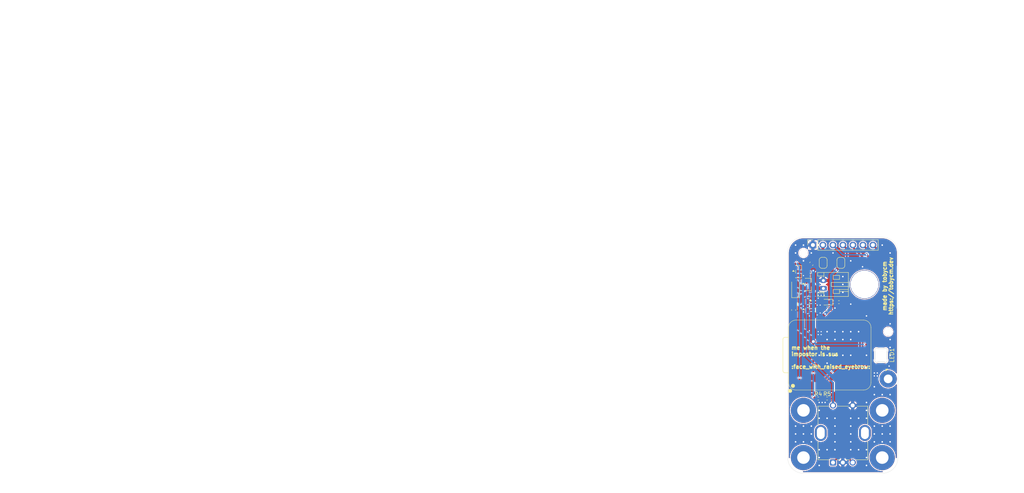
<source format=kicad_pcb>
(kicad_pcb (version 20241229) (generator "pcbnew") (generator_version "9.0")
  (layers (0 "F.Cu" signal) (2 "B.Cu" signal) (13 "F.Paste" user) (15 "B.Paste" user) (5 "F.SilkS" user "F.Silkscreen") (7 "B.SilkS" user "B.Silkscreen") (1 "F.Mask" user) (3 "B.Mask" user) (25 "Edge.Cuts" user))
  (net 0 "")
  (net 1 "Net-(D1-A)")
  (net 2 "Net-(D1-K)")
  (net 3 "Net-(DS1-SCL)")
  (net 4 "GND")
  (net 5 "Net-(DS1-SDA)")
  (net 6 "Net-(DS1-VCC)")
  (net 7 "+BATT")
  (net 8 "+3.3V")
  (net 9 "VBUS")
  (net 10 "Net-(U2-PROG)")
  (net 11 "Net-(D2-A)")
  (net 12 "/RES")
  (net 13 "/BLK")
  (net 14 "/DC")
  (net 15 "Net-(U1-GPIO7{slash}SCL)")
  (net 16 "Net-(Q1-G)")
  (net 17 "Net-(U1-GPIO6{slash}SDA)")
  (net 18 "Net-(Q2-G)")
  (net 20 "Net-(U1-GPIO27{slash}ADC1{slash}A1)")
  (net 21 "/Neopixel")
  (footprint "Resistor_SMD:R_0402_1005Metric" (layer "F.Cu") (at 205.75 69.5 180)
    (property "Reference" "R3" (hide yes))
    (property "Value" "100k")
    (fp_line (start -0.153641 0.38) (end 0.153641 0.38) (stroke (width 0.12)) (layer "F.SilkS"))
    (fp_line (start -0.153641 -0.38) (end 0.153641 -0.38) (stroke (width 0.12)) (layer "F.SilkS"))
    (pad "1" smd roundrect (at -0.51 0 180) (size 0.54 0.64) (layers "F.Cu" "F.Mask" "F.Paste") (net 7 "+BATT"))
    (pad "2" smd roundrect (at 0.51 0 180) (size 0.54 0.64) (layers "F.Cu" "F.Mask" "F.Paste") (net 16 "Net-(Q1-G)"))
  )
  (footprint "MountingHole:MountingHole_3.2mm_M3_Pad" (layer "F.Cu") (at 204 116)
    (property "Reference" "H2" (hide yes))
    (property "Value" "MountingHole")
    (pad "1" thru_hole circle (at 0 0) (size 6.4 6.4) (drill 3.2) (layers "*.Cu" "*.Mask"))
  )
  (footprint "Capacitor_SMD:C_0603_1608Metric" (layer "F.Cu") (at 206 66.75 45)
    (property "Reference" "C3" (hide yes))
    (property "Value" "4.7u")
    (fp_line (start -0.140581 -0.51) (end 0.140581 -0.51) (stroke (width 0.12)) (layer "F.SilkS"))
    (fp_line (start -0.140581 0.51) (end 0.140581 0.51) (stroke (width 0.12)) (layer "F.SilkS"))
    (pad "1" smd roundrect (at -0.775 0 45) (size 0.9 0.95) (layers "F.Cu" "F.Mask" "F.Paste") (net 9 "VBUS"))
    (pad "2" smd roundrect (at 0.775 0 45) (size 0.9 0.95) (layers "F.Cu" "F.Mask" "F.Paste") (net 4 "GND"))
  )
  (footprint "MountingHole:MountingHole_2.2mm_M2_Pad" (layer "F.Cu") (at 204 64)
    (property "Reference" "H5" (hide yes))
    (property "Value" "MountingHole")
    (pad "1" thru_hole circle (at 0 0) (size 2.2 2.2) (drill 2.2) (layers "*.Cu" "*.Mask"))
  )
  (footprint "Capacitor_SMD:C_0603_1608Metric" (layer "F.Cu") (at 201.5 78.5 -90)
    (property "Reference" "C1" (hide yes))
    (property "Value" "4.7u")
    (fp_line (start -0.14058 0.51) (end 0.14058 0.51) (stroke (width 0.12)) (layer "F.SilkS"))
    (fp_line (start -0.14058 -0.51) (end 0.14058 -0.51) (stroke (width 0.12)) (layer "F.SilkS"))
    (pad "1" smd roundrect (at -0.775 0 270) (size 0.9 0.95) (layers "F.Cu" "F.Mask" "F.Paste") (net 9 "VBUS"))
    (pad "2" smd roundrect (at 0.775 0 270) (size 0.9 0.95) (layers "F.Cu" "F.Mask" "F.Paste") (net 4 "GND"))
  )
  (footprint "PCM_marbastlib-various:LED_6028R" (layer "F.Cu") (at 223.7 90 90)
    (property "Reference" "LED1" (at 0 2.8 90) (layer "F.SilkS"))
    (property "Value" "SK6812MINI-E")
    (fp_poly (pts (xy -3.5 1.25) (xy -3.5 1.73) (xy -3.98 1.25) (xy -3.5 1.25)) (stroke (width 0.12)) (fill yes) (layer "F.SilkS"))
    (fp_line (start 0.794452 -1.5) (end -0.794453 -1.5) (stroke (width 0.1)) (layer "Edge.Cuts"))
    (fp_line (start -1.699999 -0.702843) (end -1.699999 0.702841) (stroke (width 0.1)) (layer "Edge.Cuts"))
    (fp_line (start 1.699999 0.702841) (end 1.699999 -0.702843) (stroke (width 0.1)) (layer "Edge.Cuts"))
    (fp_line (start -0.794452 1.499999) (end 0.794452 1.499999) (stroke (width 0.1)) (layer "Edge.Cuts"))
    (fp_arc (start 1.046711 -1.5683) (mid 0.925123 -1.517378) (end 0.794453 -1.500001) (stroke (width 0.1)) (layer "Edge.Cuts"))
    (fp_arc (start 1.046711 -1.5683) (mid 1.638071 -1.504036) (end 1.749484 -0.919721) (stroke (width 0.1)) (layer "Edge.Cuts"))
    (fp_arc (start -0.794453 -1.5) (mid -0.925123 -1.517377) (end -1.046711 -1.568299) (stroke (width 0.1)) (layer "Edge.Cuts"))
    (fp_arc (start -1.749484 -0.919721) (mid -1.638071 -1.504036) (end -1.046711 -1.568299) (stroke (width 0.1)) (layer "Edge.Cuts"))
    (fp_arc (start -1.749484 -0.919721) (mid -1.712527 -0.814069) (end -1.699999 -0.702844) (stroke (width 0.1)) (layer "Edge.Cuts"))
    (fp_arc (start 1.699999 -0.702843) (mid 1.712527 -0.814069) (end 1.749484 -0.919721) (stroke (width 0.1)) (layer "Edge.Cuts"))
    (fp_arc (start -1.699999 0.702841) (mid -1.712527 0.814067) (end -1.749484 0.919719) (stroke (width 0.1)) (layer "Edge.Cuts"))
    (fp_arc (start 1.749484 0.919719) (mid 1.712527 0.814067) (end 1.699999 0.702842) (stroke (width 0.1)) (layer "Edge.Cuts"))
    (fp_arc (start 1.749484 0.919719) (mid 1.63807 1.504033) (end 1.046711 1.568296) (stroke (width 0.1)) (layer "Edge.Cuts"))
    (fp_arc (start 0.794452 1.499999) (mid 0.925122 1.517376) (end 1.04671 1.568298) (stroke (width 0.1)) (layer "Edge.Cuts"))
    (fp_arc (start -1.046711 1.568298) (mid -1.638072 1.504034) (end -1.749484 0.919718) (stroke (width 0.1)) (layer "Edge.Cuts"))
    (fp_arc (start -1.046711 1.568298) (mid -0.925123 1.517376) (end -0.794452 1.499999) (stroke (width 0.1)) (layer "Edge.Cuts"))
    (pad "1" smd roundrect (at 2.725 -0.75 180) (size 0.82 1.35) (layers "F.Cu" "F.Mask" "F.Paste") (roundrect_rratio 0.1) (net 9 "VBUS"))
    (pad "2" smd roundrect (at 2.725 0.75 180) (size 0.82 1.35) (layers "F.Cu" "F.Mask" "F.Paste") (roundrect_rratio 0.1))
    (pad "3" smd roundrect (at -2.725 -0.75 180) (size 0.82 1.35) (layers "F.Cu" "F.Mask" "F.Paste") (roundrect_rratio 0.1) (net 21 "/Neopixel"))
    (pad "4" smd roundrect (at -2.725 0.75 180) (size 0.82 1.35) (layers "F.Cu" "F.Mask" "F.Paste") (roundrect_rratio 0.1) (chamfer_ratio 0.5) (chamfer top_left) (net 4 "GND"))
  )
  (footprint "MountingHole:MountingHole_3.2mm_M3_Pad" (layer "F.Cu") (at 204 104)
    (property "Reference" "H4" (hide yes))
    (property "Value" "MountingHole")
    (pad "1" thru_hole circle (at 0 0) (size 6.4 6.4) (drill 3.2) (layers "*.Cu" "*.Mask"))
  )
  (footprint "Rotary_Encoder:RotaryEncoder_Bourns_Vertical_PEC12R-3x17F-Sxxxx" (layer "F.Cu") (at 211.5 117.25 90)
    (property "Reference" "SW1" (hide yes))
    (property "Value" "RotaryEncoder_Switch")
    (fp_line (start 0.69 -3.81) (end 5.3 -3.81) (stroke (width 0.12)) (layer "F.SilkS"))
    (fp_line (start 14.31 -3.8) (end 14.31 -1.1) (stroke (width 0.12)) (layer "F.SilkS"))
    (fp_line (start 9.7 -3.8) (end 14.31 -3.8) (stroke (width 0.12)) (layer "F.SilkS"))
    (fp_line (start 0.69 -1.05) (end 0.69 -3.81) (stroke (width 0.12)) (layer "F.SilkS"))
    (fp_line (start 0.69 1.05) (end 0.69 1.65) (stroke (width 0.12)) (layer "F.SilkS"))
    (fp_line (start 14.31 1.1) (end 14.31 3.9) (stroke (width 0.12)) (layer "F.SilkS"))
    (fp_line (start 0.69 3.35) (end 0.69 4.15) (stroke (width 0.12)) (layer "F.SilkS"))
    (fp_line (start 0.69 5.85) (end 0.69 8.81) (stroke (width 0.12)) (layer "F.SilkS"))
    (fp_line (start 14.31 6.1) (end 14.31 8.81) (stroke (width 0.12)) (layer "F.SilkS"))
    (fp_line (start 14.31 8.81) (end 9.7 8.81) (stroke (width 0.12)) (layer "F.SilkS"))
    (fp_line (start 5.3 8.81) (end 0.69 8.81) (stroke (width 0.12)) (layer "F.SilkS"))
    (pad "A" thru_hole roundrect (at 0 0 90) (size 1.6 1.6) (drill 1) (layers "*.Cu" "*.Mask") (roundrect_rratio 0.15625) (net 17 "Net-(U1-GPIO6{slash}SDA)"))
    (pad "B" thru_hole circle (at 0 5 90) (size 1.6 1.6) (drill 1) (layers "*.Cu" "*.Mask") (net 15 "Net-(U1-GPIO7{slash}SCL)"))
    (pad "C" thru_hole circle (at 0 2.5 90) (size 1.6 1.6) (drill 1) (layers "*.Cu" "*.Mask") (net 4 "GND"))
    (pad "S1" thru_hole circle (at 14.5 0 90) (size 1.6 1.6) (drill 1) (layers "*.Cu" "*.Mask") (net 16 "Net-(Q1-G)"))
    (pad "S2" thru_hole circle (at 14.5 5 90) (size 1.6 1.6) (drill 1) (layers "*.Cu" "*.Mask") (net 4 "GND"))
    (pad "SH" thru_hole oval (at 7.5 -3.1 90) (size 4.1 3) (drill oval 3.1 2) (layers "*.Cu" "*.Mask"))
    (pad "SH" thru_hole oval (at 7.5 8.1 90) (size 4.1 3) (drill oval 3.1 2) (layers "*.Cu" "*.Mask"))
  )
  (footprint "MountingHole:MountingHole_2.2mm_M2_Pad" (layer "F.Cu") (at 225.5 96)
    (property "Reference" "H8" (hide yes))
    (property "Value" "MountingHole")
    (pad "1" thru_hole circle (at 0 0) (size 4.4 4.4) (drill 2.2) (layers "*.Cu" "*.Mask"))
  )
  (footprint "Jumper:SolderJumper-2_P1.3mm_Open_RoundedPad1.0x1.5mm" (layer "F.Cu") (at 209 66.5 -90)
    (property "Reference" "JP2" (hide yes))
    (property "Value" "SolderJumper_2_Open")
    (fp_line (start 0.7 1) (end -0.7 1) (stroke (width 0.12)) (layer "F.SilkS"))
    (fp_line (start -1.4 0.3) (end -1.4 -0.3) (stroke (width 0.12)) (layer "F.SilkS"))
    (fp_line (start 1.4 -0.3) (end 1.4 0.3) (stroke (width 0.12)) (layer "F.SilkS"))
    (fp_line (start -0.7 -1) (end 0.7 -1) (stroke (width 0.12)) (layer "F.SilkS"))
    (fp_arc (start -0.7 1) (mid -1.194975 0.794975) (end -1.4 0.3) (stroke (width 0.12)) (layer "F.SilkS"))
    (fp_arc (start 1.4 0.3) (mid 1.194975 0.794975) (end 0.7 1) (stroke (width 0.12)) (layer "F.SilkS"))
    (fp_arc (start -1.4 -0.3) (mid -1.194975 -0.794975) (end -0.7 -1) (stroke (width 0.12)) (layer "F.SilkS"))
    (fp_arc (start 0.7 -1) (mid 1.194975 -0.794975) (end 1.4 -0.3) (stroke (width 0.12)) (layer "F.SilkS"))
    (pad "1" smd custom (at -0.65 0 270) (size 1 0.5) (layers "F.Cu" "F.Mask") (net 6 "Net-(DS1-VCC)") (options (clearance outline) (anchor rect)) (primitives (gr_circle (center 0 0.25) (end 0.5 0.25) (width 0) (fill yes)) (gr_circle (center 0 -0.25) (end 0.5 -0.25) (width 0) (fill yes)) (gr_poly (pts (xy 0.5 0.75) (xy 0 0.75) (xy 0 -0.75) (xy 0.5 -0.75)) (width 0) (fill yes))))
    (pad "2" smd custom (at 0.65 0 270) (size 1 0.5) (layers "F.Cu" "F.Mask") (net 9 "VBUS") (options (clearance outline) (anchor rect)) (primitives (gr_circle (center 0 0.25) (end 0.5 0.25) (width 0) (fill yes)) (gr_circle (center 0 -0.25) (end 0.5 -0.25) (width 0) (fill yes)) (gr_poly (pts (xy 0 0.75) (xy -0.5 0.75) (xy -0.5 -0.75) (xy 0 -0.75)) (width 0) (fill yes))))
  )
  (footprint "Resistor_SMD:R_0402_1005Metric" (layer "F.Cu") (at 207 78.5)
    (property "Reference" "R1" (hide yes))
    (property "Value" "2k")
    (fp_line (start -0.153641 -0.38) (end 0.153641 -0.38) (stroke (width 0.12)) (layer "F.SilkS"))
    (fp_line (start -0.153641 0.38) (end 0.153641 0.38) (stroke (width 0.12)) (layer "F.SilkS"))
    (pad "1" smd roundrect (at -0.51 0) (size 0.54 0.64) (layers "F.Cu" "F.Mask" "F.Paste") (net 10 "Net-(U2-PROG)"))
    (pad "2" smd roundrect (at 0.51 0) (size 0.54 0.64) (layers "F.Cu" "F.Mask" "F.Paste") (net 4 "GND"))
  )
  (footprint "Package_TO_SOT_SMD:SOT-23" (layer "F.Cu") (at 205.25 72)
    (property "Reference" "Q1" (hide yes))
    (property "Value" "Q_PMOS_GSD")
    (fp_line (start -0.76 -1.56) (end 0.76 -1.56) (stroke (width 0.12)) (layer "F.SilkS"))
    (fp_line (start -0.76 -1.51) (end -0.76 -1.56) (stroke (width 0.12)) (layer "F.SilkS"))
    (fp_line (start -0.76 0.39) (end -0.76 -0.39) (stroke (width 0.12)) (layer "F.SilkS"))
    (fp_line (start -0.76 1.56) (end -0.76 1.51) (stroke (width 0.12)) (layer "F.SilkS"))
    (fp_line (start 0.76 -1.56) (end 0.76 -0.56) (stroke (width 0.12)) (layer "F.SilkS"))
    (fp_line (start 0.76 0.56) (end 0.76 1.56) (stroke (width 0.12)) (layer "F.SilkS"))
    (fp_line (start 0.76 1.56) (end -0.76 1.56) (stroke (width 0.12)) (layer "F.SilkS"))
    (fp_poly (pts (xy -1.3 -0.38) (xy -1.06 -0.05) (xy -1.54 -0.05)) (stroke (width 0.12)) (fill yes) (layer "F.SilkS"))
    (pad "1" smd roundrect (at -0.9375 -0.95) (size 1.475 0.6) (layers "F.Cu" "F.Mask" "F.Paste") (net 16 "Net-(Q1-G)"))
    (pad "2" smd roundrect (at -0.9375 0.95) (size 1.475 0.6) (layers "F.Cu" "F.Mask" "F.Paste") (net 11 "Net-(D2-A)"))
    (pad "3" smd roundrect (at 0.9375 0) (size 1.475 0.6) (layers "F.Cu" "F.Mask" "F.Paste") (net 7 "+BATT"))
  )
  (footprint "Connector_JST:JST_PH_S2B-PH-K_1x02_P2.00mm_Horizontal" (layer "F.Cu") (at 209.05 73 90)
    (property "Reference" "J1" (hide yes))
    (property "Value" "Conn_01x02_Socket")
    (fp_line (start 4.06 -1.46) (end 3.14 -1.46) (stroke (width 0.12)) (layer "F.SilkS"))
    (fp_line (start 3.14 -1.46) (end 3.14 0.14) (stroke (width 0.12)) (layer "F.SilkS"))
    (fp_line (start -1.14 -1.46) (end -2.06 -1.46) (stroke (width 0.12)) (layer "F.SilkS"))
    (fp_line (start -2.06 -1.46) (end -2.06 6.36) (stroke (width 0.12)) (layer "F.SilkS"))
    (fp_line (start 4.06 0.14) (end 3.14 0.14) (stroke (width 0.12)) (layer "F.SilkS"))
    (fp_line (start 3.14 0.14) (end 2.86 0.14) (stroke (width 0.12)) (layer "F.SilkS"))
    (fp_line (start -0.86 0.14) (end -0.86 -1.075) (stroke (width 0.12)) (layer "F.SilkS"))
    (fp_line (start -0.86 0.14) (end -1.14 0.14) (stroke (width 0.12)) (layer "F.SilkS"))
    (fp_line (start -1.14 0.14) (end -1.14 -1.46) (stroke (width 0.12)) (layer "F.SilkS"))
    (fp_line (start -2.06 0.14) (end -1.14 0.14) (stroke (width 0.12)) (layer "F.SilkS"))
    (fp_line (start 1.5 2) (end 1.5 6.36) (stroke (width 0.12)) (layer "F.SilkS"))
    (fp_line (start 0.5 2) (end 1.5 2) (stroke (width 0.12)) (layer "F.SilkS"))
    (fp_line (start 3.3 2.5) (end 3.3 4.1) (stroke (width 0.12)) (layer "F.SilkS"))
    (fp_line (start 2.3 2.5) (end 3.3 2.5) (stroke (width 0.12)) (layer "F.SilkS"))
    (fp_line (start -0.3 2.5) (end -1.3 2.5) (stroke (width 0.12)) (layer "F.SilkS"))
    (fp_line (start -1.3 2.5) (end -1.3 4.1) (stroke (width 0.12)) (layer "F.SilkS"))
    (fp_line (start 3.3 4.1) (end 2.3 4.1) (stroke (width 0.12)) (layer "F.SilkS"))
    (fp_line (start 2.3 4.1) (end 2.3 2.5) (stroke (width 0.12)) (layer "F.SilkS"))
    (fp_line (start -0.3 4.1) (end -0.3 2.5) (stroke (width 0.12)) (layer "F.SilkS"))
    (fp_line (start -0.3 4.1) (end -0.3 6.36) (stroke (width 0.12)) (layer "F.SilkS"))
    (fp_line (start -0.8 4.1) (end -0.8 6.36) (stroke (width 0.12)) (layer "F.SilkS"))
    (fp_line (start -1.3 4.1) (end -0.3 4.1) (stroke (width 0.12)) (layer "F.SilkS"))
    (fp_line (start 4.06 6.36) (end 4.06 -1.46) (stroke (width 0.12)) (layer "F.SilkS"))
    (fp_line (start 0.5 6.36) (end 0.5 2) (stroke (width 0.12)) (layer "F.SilkS"))
    (fp_line (start -2.06 6.36) (end 4.06 6.36) (stroke (width 0.12)) (layer "F.SilkS"))
    (pad "1" thru_hole roundrect (at 0 0 90) (size 1.2 1.75) (drill 0.75) (layers "*.Cu" "*.Mask") (roundrect_rratio 0.208333) (net 7 "+BATT"))
    (pad "2" thru_hole oval (at 2 0 90) (size 1.2 1.75) (drill 0.75) (layers "*.Cu" "*.Mask") (net 4 "GND"))
  )
  (footprint "MountingHole:MountingHole_2.2mm_M2_Pad" (layer "F.Cu") (at 225.5 84)
    (property "Reference" "H7" (hide yes))
    (property "Value" "MountingHole")
    (pad "1" thru_hole circle (at 0 0) (size 2.2 2.2) (drill 2.2) (layers "*.Cu" "*.Mask"))
  )
  (footprint "MountingHole:MountingHole_3.2mm_M3_Pad" (layer "F.Cu") (at 224 116)
    (property "Reference" "H1" (hide yes))
    (property "Value" "MountingHole")
    (pad "1" thru_hole circle (at 0 0) (size 6.4 6.4) (drill 3.2) (layers "*.Cu" "*.Mask"))
  )
  (footprint "Diode_SMD:D_SOD-123" (layer "F.Cu") (at 202 73 90)
    (property "Reference" "D2" (hide yes))
    (property "Value" "D_Schottky")
    (fp_line (start -2.36 -1) (end 1.65 -1) (stroke (width 0.12)) (layer "F.SilkS"))
    (fp_line (start -2.36 -1) (end -2.36 1) (stroke (width 0.12)) (layer "F.SilkS"))
    (fp_line (start -2.36 1) (end 1.65 1) (stroke (width 0.12)) (layer "F.SilkS"))
    (pad "1" smd roundrect (at -1.65 0 90) (size 0.9 1.2) (layers "F.Cu" "F.Mask" "F.Paste") (net 9 "VBUS"))
    (pad "2" smd roundrect (at 1.65 0 90) (size 0.9 1.2) (layers "F.Cu" "F.Mask" "F.Paste") (net 11 "Net-(D2-A)"))
  )
  (footprint "Capacitor_SMD:C_0603_1608Metric" (layer "F.Cu") (at 205.5 74.5)
    (property "Reference" "C2" (hide yes))
    (property "Value" "4.7u")
    (fp_line (start -0.14058 -0.51) (end 0.14058 -0.51) (stroke (width 0.12)) (layer "F.SilkS"))
    (fp_line (start -0.14058 0.51) (end 0.14058 0.51) (stroke (width 0.12)) (layer "F.SilkS"))
    (pad "1" smd roundrect (at -0.775 0) (size 0.9 0.95) (layers "F.Cu" "F.Mask" "F.Paste") (net 7 "+BATT"))
    (pad "2" smd roundrect (at 0.775 0) (size 0.9 0.95) (layers "F.Cu" "F.Mask" "F.Paste") (net 4 "GND"))
  )
  (footprint "LED_SMD:LED_0603_1608Metric" (layer "F.Cu") (at 210 76.5 180)
    (property "Reference" "D1" (hide yes))
    (property "Value" "LED")
    (fp_line (start 0.8 -0.735) (end -1.485 -0.735) (stroke (width 0.12)) (layer "F.SilkS"))
    (fp_line (start -1.485 0.735) (end 0.8 0.735) (stroke (width 0.12)) (layer "F.SilkS"))
    (fp_line (start -1.485 -0.735) (end -1.485 0.735) (stroke (width 0.12)) (layer "F.SilkS"))
    (pad "1" smd roundrect (at -0.7875 0 180) (size 0.875 0.95) (layers "F.Cu" "F.Mask" "F.Paste") (net 2 "Net-(D1-K)"))
    (pad "2" smd roundrect (at 0.7875 0 180) (size 0.875 0.95) (layers "F.Cu" "F.Mask" "F.Paste") (net 1 "Net-(D1-A)"))
  )
  (footprint "MountingHole:MountingHole_3.2mm_M3_Pad" (layer "F.Cu") (at 224 104)
    (property "Reference" "H3" (hide yes))
    (property "Value" "MountingHole")
    (pad "1" thru_hole circle (at 0 0) (size 6.4 6.4) (drill 3.2) (layers "*.Cu" "*.Mask"))
  )
  (footprint "Resistor_SMD:R_0402_1005Metric" (layer "F.Cu") (at 213 76.5)
    (property "Reference" "R2" (hide yes))
    (property "Value" "2k")
    (fp_line (start -0.153641 -0.38) (end 0.153641 -0.38) (stroke (width 0.12)) (layer "F.SilkS"))
    (fp_line (start -0.153641 0.38) (end 0.153641 0.38) (stroke (width 0.12)) (layer "F.SilkS"))
    (pad "1" smd roundrect (at -0.51 0) (size 0.54 0.64) (layers "F.Cu" "F.Mask" "F.Paste") (net 2 "Net-(D1-K)"))
    (pad "2" smd roundrect (at 0.51 0) (size 0.54 0.64) (layers "F.Cu" "F.Mask" "F.Paste") (net 4 "GND"))
  )
  (footprint "Resistor_SMD:R_0402_1005Metric" (layer "F.Cu") (at 207.75 101)
    (property "Reference" "R4" (at 0 -1.17 0) (layer "F.SilkS"))
    (property "Value" "100k")
    (fp_line (start -0.153641 -0.38) (end 0.153641 -0.38) (stroke (width 0.12)) (layer "F.SilkS"))
    (fp_line (start -0.153641 0.38) (end 0.153641 0.38) (stroke (width 0.12)) (layer "F.SilkS"))
    (pad "1" smd roundrect (at -0.51 0) (size 0.54 0.64) (layers "F.Cu" "F.Mask" "F.Paste") (net 9 "VBUS"))
    (pad "2" smd roundrect (at 0.51 0) (size 0.54 0.64) (layers "F.Cu" "F.Mask" "F.Paste") (net 20 "Net-(U1-GPIO27{slash}ADC1{slash}A1)"))
  )
  (footprint "Seeed Studio XIAO Series Library:XIAO-RP2040-Simple-SMD" (layer "F.Cu") (at 210.73025 90 90)
    (property "Reference" "U1" (hide yes))
    (property "Value" "XIAO-RP2040-DIP")
    (fp_line (start -3.936272 -11.947) (end 4.059 -11.947) (stroke (width 0.127)) (layer "F.SilkS"))
    (fp_line (start 4.559 -11.447) (end 4.559 -10.537) (stroke (width 0.127)) (layer "F.SilkS"))
    (fp_line (start 7.04 -10.537) (end -6.93 -10.537) (stroke (width 0.1)) (layer "F.SilkS"))
    (fp_line (start -4.44 -10.537) (end -4.436272 -11.447272) (stroke (width 0.127)) (layer "F.SilkS"))
    (fp_line (start 8.945 8.513) (end 8.945 -8.632) (stroke (width 0.1)) (layer "F.SilkS"))
    (fp_line (start -8.835 8.513) (end -8.835 -8.632) (stroke (width 0.1)) (layer "F.SilkS"))
    (fp_line (start -6.93 10.418) (end 7.04 10.418) (stroke (width 0.1)) (layer "F.SilkS"))
    (fp_arc (start 4.059 -11.947) (mid 4.412553 -11.800553) (end 4.559 -11.447) (stroke (width 0.127)) (layer "F.SilkS"))
    (fp_arc (start -4.436272 -11.447272) (mid -4.289724 -11.800644) (end -3.936272 -11.947) (stroke (width 0.127)) (layer "F.SilkS"))
    (fp_arc (start 7.04 -10.537) (mid 8.387038 -9.979038) (end 8.945 -8.632) (stroke (width 0.1)) (layer "F.SilkS"))
    (fp_arc (start -8.835 -8.636) (mid -8.277038 -9.983038) (end -6.93 -10.541) (stroke (width 0.1)) (layer "F.SilkS"))
    (fp_arc (start 8.945 8.513) (mid 8.387038 9.860038) (end 7.04 10.418) (stroke (width 0.1)) (layer "F.SilkS"))
    (fp_arc (start -6.93 10.418) (mid -8.277038 9.860038) (end -8.835 8.513) (stroke (width 0.1)) (layer "F.SilkS"))
    (fp_circle (center -9.045 -10.121) (end -9.045 -10.375) (stroke (width 0.5)) (fill yes) (layer "F.SilkS"))
    (fp_circle (center -7.771 -9.404) (end -7.771 -9.658) (stroke (width 0.5)) (fill yes) (layer "F.SilkS"))
    (pad "1" smd roundrect (at -8 -7.62 90) (size 2.75 2) (layers "F.Cu" "F.Mask" "F.Paste") (net 18 "Net-(Q2-G)"))
    (pad "2" smd roundrect (at -8 -5.08 90) (size 2.75 2) (layers "F.Cu" "F.Mask" "F.Paste") (net 20 "Net-(U1-GPIO27{slash}ADC1{slash}A1)"))
    (pad "3" smd roundrect (at -8 -2.54 90) (size 2.75 2) (layers "F.Cu" "F.Mask" "F.Paste") (net 21 "/Neopixel"))
    (pad "4" smd roundrect (at -8 0 90) (size 2.75 2) (layers "F.Cu" "F.Mask" "F.Paste"))
    (pad "5" smd roundrect (at -8 2.54 90) (size 2.75 2) (layers "F.Cu" "F.Mask" "F.Paste") (net 17 "Net-(U1-GPIO6{slash}SDA)"))
    (pad "6" smd roundrect (at -8 5.08 90) (size 2.75 2) (layers "F.Cu" "F.Mask" "F.Paste") (net 15 "Net-(U1-GPIO7{slash}SCL)"))
    (pad "7" smd roundrect (at -8 7.62 90) (size 2.75 2) (layers "F.Cu" "F.Mask" "F.Paste") (net 13 "/BLK"))
    (pad "8" smd roundrect (at 8.165 7.62 90) (size 2.75 2) (layers "F.Cu" "F.Mask" "F.Paste") (net 14 "/DC"))
    (pad "9" smd roundrect (at 8.165 5.08 90) (size 2.75 2) (layers "F.Cu" "F.Mask" "F.Paste") (net 3 "Net-(DS1-SCL)"))
    (pad "10" smd roundrect (at 8.165 2.54 90) (size 2.75 2) (layers "F.Cu" "F.Mask" "F.Paste") (net 12 "/RES"))
    (pad "11" smd roundrect (at 8.165 0 90) (size 2.75 2) (layers "F.Cu" "F.Mask" "F.Paste") (net 5 "Net-(DS1-SDA)"))
    (pad "12" smd roundrect (at 8.165 -2.54 90) (size 2.75 2) (layers "F.Cu" "F.Mask" "F.Paste") (net 8 "+3.3V"))
    (pad "13" smd roundrect (at 8.165 -5.08 90) (size 2.75 2) (layers "F.Cu" "F.Mask" "F.Paste") (net 4 "GND"))
    (pad "14" smd roundrect (at 8.165 -7.62 90) (size 2.75 2) (layers "F.Cu" "F.Mask" "F.Paste") (net 9 "VBUS"))
  )
  (footprint "Package_TO_SOT_SMD:SOT-23" (layer "F.Cu") (at 202.75 68.75)
    (property "Reference" "Q2" (hide yes))
    (property "Value" "Q_NMOS_GSD")
    (fp_line (start -0.76 -1.56) (end 0.76 -1.56) (stroke (width 0.12)) (layer "F.SilkS"))
    (fp_line (start -0.76 -1.51) (end -0.76 -1.56) (stroke (width 0.12)) (layer "F.SilkS"))
    (fp_line (start -0.76 0.39) (end -0.76 -0.39) (stroke (width 0.12)) (layer "F.SilkS"))
    (fp_line (start -0.76 1.56) (end -0.76 1.51) (stroke (width 0.12)) (layer "F.SilkS"))
    (fp_line (start 0.76 -1.56) (end 0.76 -0.56) (stroke (width 0.12)) (layer "F.SilkS"))
    (fp_line (start 0.76 0.56) (end 0.76 1.56) (stroke (width 0.12)) (layer "F.SilkS"))
    (fp_line (start 0.76 1.56) (end -0.76 1.56) (stroke (width 0.12)) (layer "F.SilkS"))
    (fp_poly (pts (xy -1.3 -0.38) (xy -1.06 -0.05) (xy -1.54 -0.05)) (stroke (width 0.12)) (fill yes) (layer "F.SilkS"))
    (pad "1" smd roundrect (at -0.9375 -0.95) (size 1.475 0.6) (layers "F.Cu" "F.Mask" "F.Paste") (net 18 "Net-(Q2-G)"))
    (pad "2" smd roundrect (at -0.9375 0.95) (size 1.475 0.6) (layers "F.Cu" "F.Mask" "F.Paste") (net 4 "GND"))
    (pad "3" smd roundrect (at 0.9375 0) (size 1.475 0.6) (layers "F.Cu" "F.Mask" "F.Paste") (net 16 "Net-(Q1-G)"))
  )
  (footprint "Jumper:SolderJumper-2_P1.3mm_Bridged_RoundedPad1.0x1.5mm" (layer "F.Cu") (at 213.5 66.5 90)
    (property "Reference" "JP1" (hide yes))
    (property "Value" "SolderJumper_2_Bridged")
    (fp_poly (pts (xy 0.25 -0.3) (xy -0.25 -0.3) (xy -0.25 0.3) (xy 0.25 0.3)) (fill yes) (layer "F.Cu"))
    (fp_line (start -0.7 -1) (end 0.7 -1) (stroke (width 0.12)) (layer "F.SilkS"))
    (fp_line (start 1.4 -0.3) (end 1.4 0.3) (stroke (width 0.12)) (layer "F.SilkS"))
    (fp_line (start -1.4 0.3) (end -1.4 -0.3) (stroke (width 0.12)) (layer "F.SilkS"))
    (fp_line (start 0.7 1) (end -0.7 1) (stroke (width 0.12)) (layer "F.SilkS"))
    (fp_arc (start 0.7 -1) (mid 1.194975 -0.794975) (end 1.4 -0.3) (stroke (width 0.12)) (layer "F.SilkS"))
    (fp_arc (start -1.4 -0.3) (mid -1.194975 -0.794975) (end -0.7 -1) (stroke (width 0.12)) (layer "F.SilkS"))
    (fp_arc (start 1.4 0.3) (mid 1.194975 0.794975) (end 0.7 1) (stroke (width 0.12)) (layer "F.SilkS"))
    (fp_arc (start -0.7 1) (mid -1.194975 0.794975) (end -1.4 0.3) (stroke (width 0.12)) (layer "F.SilkS"))
    (pad "1" smd custom (at -0.65 0 90) (size 1 0.5) (layers "F.Cu" "F.Mask") (net 8 "+3.3V") (options (clearance outline) (anchor rect)) (primitives (gr_circle (center 0 0.25) (end 0.5 0.25) (width 0) (fill yes)) (gr_circle (center 0 -0.25) (end 0.5 -0.25) (width 0) (fill yes)) (gr_poly (pts (xy 0.5 0.75) (xy 0 0.75) (xy 0 -0.75) (xy 0.5 -0.75)) (width 0) (fill yes))))
    (pad "2" smd custom (at 0.65 0 90) (size 1 0.5) (layers "F.Cu" "F.Mask") (net 6 "Net-(DS1-VCC)") (options (clearance outline) (anchor rect)) (primitives (gr_circle (center 0 0.25) (end 0.5 0.25) (width 0) (fill yes)) (gr_circle (center 0 -0.25) (end 0.5 -0.25) (width 0) (fill yes)) (gr_poly (pts (xy 0 0.75) (xy -0.5 0.75) (xy -0.5 -0.75) (xy 0 -0.75)) (width 0) (fill yes))))
  )
  (footprint "Capacitor_SMD:C_0603_1608Metric" (layer "F.Cu") (at 210 78.25 180)
    (property "Reference" "C4" (hide yes))
    (property "Value" "4.7u")
    (fp_line (start -0.14058 0.51) (end 0.14058 0.51) (stroke (width 0.12)) (layer "F.SilkS"))
    (fp_line (start -0.14058 -0.51) (end 0.14058 -0.51) (stroke (width 0.12)) (layer "F.SilkS"))
    (pad "1" smd roundrect (at -0.775 0 180) (size 0.9 0.95) (layers "F.Cu" "F.Mask" "F.Paste") (net 8 "+3.3V"))
    (pad "2" smd roundrect (at 0.775 0 180) (size 0.9 0.95) (layers "F.Cu" "F.Mask" "F.Paste") (net 4 "GND"))
  )
  (footprint "Resistor_SMD:R_0402_1005Metric" (layer "F.Cu") (at 210 101)
    (property "Reference" "R5" (at 0 -1.17 0) (layer "F.SilkS"))
    (property "Value" "100k")
    (fp_line (start -0.153641 -0.38) (end 0.153641 -0.38) (stroke (width 0.12)) (layer "F.SilkS"))
    (fp_line (start -0.153641 0.38) (end 0.153641 0.38) (stroke (width 0.12)) (layer "F.SilkS"))
    (pad "1" smd roundrect (at -0.51 0) (size 0.54 0.64) (layers "F.Cu" "F.Mask" "F.Paste") (net 20 "Net-(U1-GPIO27{slash}ADC1{slash}A1)"))
    (pad "2" smd roundrect (at 0.51 0) (size 0.54 0.64) (layers "F.Cu" "F.Mask" "F.Paste") (net 4 "GND"))
  )
  (footprint "Package_TO_SOT_SMD:SOT-23-5" (layer "F.Cu") (at 204 77.5 -90)
    (property "Reference" "U2" (hide yes))
    (property "Value" "MCP73831-2-OT")
    (fp_line (start -0.91 1.56) (end -0.91 1.51) (stroke (width 0.12)) (layer "F.SilkS"))
    (fp_line (start 0.91 1.56) (end -0.91 1.56) (stroke (width 0.12)) (layer "F.SilkS"))
    (fp_line (start 0.91 1.51) (end 0.91 1.56) (stroke (width 0.12)) (layer "F.SilkS"))
    (fp_line (start 0.91 -0.39) (end 0.91 0.39) (stroke (width 0.12)) (layer "F.SilkS"))
    (fp_line (start -0.91 -1.51) (end -0.91 -1.56) (stroke (width 0.12)) (layer "F.SilkS"))
    (fp_line (start -0.91 -1.56) (end 0.91 -1.56) (stroke (width 0.12)) (layer "F.SilkS"))
    (fp_line (start 0.91 -1.56) (end 0.91 -1.51) (stroke (width 0.12)) (layer "F.SilkS"))
    (fp_poly (pts (xy -1.45 -1.51) (xy -1.69 -1.84) (xy -1.21 -1.84)) (stroke (width 0.12)) (fill yes) (layer "F.SilkS"))
    (pad "1" smd roundrect (at -1.1375 -0.95 270) (size 1.325 0.6) (layers "F.Cu" "F.Mask" "F.Paste") (net 1 "Net-(D1-A)"))
    (pad "2" smd roundrect (at -1.1375 0 270) (size 1.325 0.6) (layers "F.Cu" "F.Mask" "F.Paste") (net 4 "GND"))
    (pad "3" smd roundrect (at -1.1375 0.95 270) (size 1.325 0.6) (layers "F.Cu" "F.Mask" "F.Paste") (net 7 "+BATT"))
    (pad "4" smd roundrect (at 1.1375 0.95 270) (size 1.325 0.6) (layers "F.Cu" "F.Mask" "F.Paste") (net 9 "VBUS"))
    (pad "5" smd roundrect (at 1.1375 -0.95 270) (size 1.325 0.6) (layers "F.Cu" "F.Mask" "F.Paste") (net 10 "Net-(U2-PROG)"))
  )
  (footprint "misc:IPS LCD Display" (layer "F.Cu") (at 206.4 61.975 90)
    (property "Reference" "DS1" (hide yes))
    (property "Value" "SPI LCD")
    (fp_line (start 1.33 -1.33) (end 1.33 0) (stroke (width 0.12)) (layer "F.SilkS"))
    (fp_line (start 0 -1.33) (end 1.33 -1.33) (stroke (width 0.12)) (layer "F.SilkS"))
    (fp_line (start 1.33 1.27) (end 1.33 16.57) (stroke (width 0.12)) (layer "F.SilkS"))
    (fp_line (start -1.33 1.27) (end 1.33 1.27) (stroke (width 0.12)) (layer "F.SilkS"))
    (fp_line (start -1.33 1.27) (end -1.33 16.57) (stroke (width 0.12)) (layer "F.SilkS"))
    (fp_line (start -1.33 16.57) (end 1.33 16.57) (stroke (width 0.12)) (layer "F.SilkS"))
    (pad "1" thru_hole rect (at 0 0 90) (size 1.7 1.7) (drill 1) (layers "*.Cu" "*.Mask") (net 4 "GND"))
    (pad "2" thru_hole circle (at 0 2.54 90) (size 1.7 1.7) (drill 1) (layers "*.Cu" "*.Mask") (net 6 "Net-(DS1-VCC)"))
    (pad "3" thru_hole circle (at 0 5.08 90) (size 1.7 1.7) (drill 1) (layers "*.Cu" "*.Mask") (net 3 "Net-(DS1-SCL)"))
    (pad "4" thru_hole circle (at 0 7.62 90) (size 1.7 1.7) (drill 1) (layers "*.Cu" "*.Mask") (net 5 "Net-(DS1-SDA)"))
    (pad "5" thru_hole circle (at 0 10.16 90) (size 1.7 1.7) (drill 1) (layers "*.Cu" "*.Mask") (net 12 "/RES"))
    (pad "6" thru_hole circle (at 0 12.7 90) (size 1.7 1.7) (drill 1) (layers "*.Cu" "*.Mask") (net 14 "/DC"))
    (pad "7" thru_hole circle (at 0 15.24 90) (size 1.7 1.7) (drill 1) (layers "*.Cu" "*.Mask") (net 13 "/BLK"))
  )
  (gr_arc (start 224 60) (mid 226.828427 61.171573) (end 228 64) (stroke (width 0.05)) (layer "Edge.Cuts"))
  (gr_arc (start 228 116) (mid 226.828427 118.828427) (end 224 120) (stroke (width 0.05)) (layer "Edge.Cuts"))
  (gr_arc (start 204 120) (mid 201.171573 118.828427) (end 200 116) (stroke (width 0.05)) (layer "Edge.Cuts"))
  (gr_line (start 204 60) (end 224 60) (stroke (width 0.05)) (layer "Edge.Cuts"))
  (gr_line (start 200 116) (end 200 64) (stroke (width 0.05)) (layer "Edge.Cuts"))
  (gr_line (start 228 64) (end 228 116) (stroke (width 0.05)) (layer "Edge.Cuts"))
  (gr_arc (start 200 64) (mid 201.171573 61.171573) (end 204 60) (stroke (width 0.05)) (layer "Edge.Cuts"))
  (gr_line (start 224 120) (end 204 120) (stroke (width 0.05)) (layer "Edge.Cuts"))
  (gr_text "made by tobycm\nhttps://tobycm.dev" (at 226.8 72.4 90) (layer "F.SilkS") (effects (font (size 1 1) (thickness 0.25) (bold yes)) (justify bottom)))
  (gr_text "me when the\nimpostor is sus\n\n:face_with_raised_eyebrow: " (at 200.8 93.5 0) (layer "F.SilkS") (effects (font (size 1 1) (thickness 0.3) (bold yes)) (justify left bottom)))
  (via (at 219.5 72) (size 7.2) (drill 7) (layers "F.Cu" "B.Cu") (net 0))
  (segment (start 209.2125 76.5) (end 205.0875 76.5) (width 0.45) (layer "F.Cu") (net 1))
  (segment (start 205.0875 76.5) (end 204.95 76.3625) (width 0.45) (layer "F.Cu") (net 1))
  (segment (start 212.49 76.5) (end 210.7875 76.5) (width 0.45) (layer "F.Cu") (net 2))
  (segment (start 222 79) (end 225 76) (width 0.45) (layer "F.Cu") (net 3))
  (segment (start 215.81025 81.835) (end 215.81025 80.24075) (width 0.45) (layer "F.Cu") (net 3))
  (segment (start 217.051 79) (end 222 79) (width 0.45) (layer "F.Cu") (net 3))
  (segment (start 225 69.42505) (end 220.037475 64.462525) (width 0.45) (layer "F.Cu") (net 3))
  (segment (start 215.81025 80.24075) (end 217.051 79) (width 0.45) (layer "F.Cu") (net 3))
  (segment (start 225 76) (end 225 69.42505) (width 0.45) (layer "F.Cu") (net 3))
  (via (at 220.037475 64.462525) (size 0.75) (drill 0.375) (layers "F.Cu" "B.Cu") (net 3))
  (segment (start 213.967525 64.462525) (end 211.48 61.975) (width 0.45) (layer "B.Cu") (net 3))
  (segment (start 220.037475 64.462525) (end 213.967525 64.462525) (width 0.45) (layer "B.Cu") (net 3))
  (segment (start 224.45 92.8) (end 224.45 92.725) (width 0.5) (layer "F.Cu") (net 4))
  (segment (start 223.25 94) (end 224.45 92.8) (width 0.5) (layer "F.Cu") (net 4))
  (via (at 208 90) (size 0.5) (drill 0.4) (layers "F.Cu" "B.Cu") (net 4))
  (via (at 207.75 75.5) (size 0.45) (drill 0.3) (layers "F.Cu" "B.Cu") (net 4))
  (via (at 224 112) (size 0.5) (drill 0.4) (layers "F.Cu" "B.Cu") (net 4))
  (via (at 210 106) (size 0.5) (drill 0.4) (layers "F.Cu" "B.Cu") (net 4))
  (via (at 208.5 84) (size 0.45) (drill 0.3) (layers "F.Cu" "B.Cu") (net 4))
  (via (at 202 110) (size 0.5) (drill 0.4) (layers "F.Cu" "B.Cu") (net 4))
  (via (at 209.25 74.75) (size 0.45) (drill 0.3) (layers "F.Cu" "B.Cu") (net 4))
  (via (at 225.75 92.75) (size 0.45) (drill 0.35) (layers "F.Cu" "B.Cu") (net 4))
  (via (at 212 106) (size 0.5) (drill 0.4) (layers "F.Cu" "B.Cu") (net 4))
  (via (at 220 116) (size 0.5) (drill 0.4) (layers "F.Cu" "B.Cu") (net 4))
  (via (at 222 108) (size 0.5) (drill 0.4) (layers "F.Cu" "B.Cu") (net 4))
  (via (at 208.5 84.75) (size 0.45) (drill 0.3) (layers "F.Cu" "B.Cu") (net 4))
  (via (at 212 90) (size 0.5) (drill 0.4) (layers "F.Cu" "B.Cu") (net 4))
  (via (at 207.75 84) (size 0.45) (drill 0.3) (layers "F.Cu" "B.Cu") (net 4))
  (via (at 204 108) (size 0.5) (drill 0.4) (layers "F.Cu" "B.Cu") (net 4))
  (via (at 208.25 77.25) (size 0.45) (drill 0.3) (layers "F.Cu" "B.Cu") (net 4))
  (via (at 216 66) (size 0.5) (drill 0.4) (layers "F.Cu" "B.Cu") (net 4))
  (via (at 202 112) (size 0.5) (drill 0.4) (layers "F.Cu" "B.Cu") (net 4))
  (via (at 214 74) (size 0.5) (drill 0.4) (layers "F.Cu" "B.Cu") (net 4))
  (via (at 218 106) (size 0.5) (drill 0.4) (layers "F.Cu" "B.Cu") (net 4))
  (via (at 222 112) (size 0.5) (drill 0.4) (layers "F.Cu" "B.Cu") (net 4))
  (via (at 216 110) (size 0.5) (drill 0.4) (layers "F.Cu" "B.Cu") (net 4))
  (via (at 208 114) (size 0.5) (drill 0.4) (layers "F.Cu" "B.Cu") (net 4))
  (via (at 204 62) (size 0.5) (drill 0.4) (layers "F.Cu" "B.Cu") (net 4))
  (via (at 226 112) (size 0.5) (drill 0.4) (layers "F.Cu" "B.Cu") (net 4))
  (via (at 210 84) (size 0.5) (drill 0.4) (layers "F.Cu" "B.Cu") (net 4))
  (via (at 205.5 80) (size 0.45) (drill 0.3) (layers "F.Cu" "B.Cu") (net 4))
  (via (at 214 72) (size 0.5) (drill 0.4) (layers "F.Cu" "B.Cu") (net 4))
  (via (at 204 66) (size 0.5) (drill 0.4) (layers "F.Cu" "B.Cu") (net 4))
  (via (at 207.5 79.75) (size 0.45) (drill 0.3) (layers "F.Cu" "B.Cu") (net 4))
  (via (at 211.5 64) (size 0.75) (drill 0.375) (layers "F.Cu" "B.Cu") (net 4))
  (via (at 214 90) (size 0.5) (drill 0.4) (layers "F.Cu" "B.Cu") (net 4))
  (via (at 207.75 74.75) (size 0.45) (drill 0.3) (layers "F.Cu" "B.Cu") (net 4))
  (via (at 212 86) (size 0.5) (drill 0.4) (layers "F.Cu" "B.Cu") (net 4))
  (via (at 204 69.75) (size 0.45) (drill 0.3) (layers "F.Cu" "B.Cu") (net 4))
  (via (at 224 62) (size 0.5) (drill 0.4) (layers "F.Cu" "B.Cu") (net 4))
  (via (at 204 110) (size 0.5) (drill 0.4) (layers "F.Cu" "B.Cu") (net 4))
  (via (at 206 64) (size 0.5) (drill 0.4) (layers "F.Cu" "B.Cu") (net 4))
  (via (at 206 110) (size 0.5) (drill 0.4) (layers "F.Cu" "B.Cu") (net 4))
  (via (at 216 77) (size 0.75) (drill 0.375) (layers "F.Cu" "B.Cu") (net 4))
  (via (at 210 86) (size 0.5) (drill 0.4) (layers "F.Cu" "B.Cu") (net 4))
  (via (at 208.25 79.25) (size 0.45) (drill 0.3) (layers "F.Cu" "B.Cu") (net 4))
  (via (at 226 108) (size 0.5) (drill 0.4) (layers "F.Cu" "B.Cu") (net 4))
  (via (at 220 118) (size 0.5) (drill 0.4) (layers "F.Cu" "B.Cu") (net 4))
  (via (at 216 114) (size 0.5) (drill 0.4) (layers "F.Cu" "B.Cu") (net 4))
  (via (at 208 118) (size 0.5) (drill 0.4) (layers "F.Cu" "B.Cu") (net 4))
  (via (at 212 84) (size 0.5) (drill 0.4) (layers "F.Cu" "B.Cu") (net 4))
  (via (at 216 86) (size 0.5) (drill 0.4) (layers "F.Cu" "B.Cu") (net 4))
  (via (at 218 114) (size 0.5) (drill 0.4) (layers "F.Cu" "B.Cu") (net 4))
  (via (at 202 108) (size 0.5) (drill 0.4) (layers "F.Cu" "B.Cu") (net 4))
  (via (at 219 67.5) (size 0.75) (drill 0.375) (layers "F.Cu" "B.Cu") (net 4))
  (via (at 207.75 74) (size 0.45) (drill 0.3) (layers "F.Cu" "B.Cu") (net 4))
  (via (at 222 100) (size 0.5) (drill 0.4) (layers "F.Cu" "B.Cu") (net 4))
  (via (at 216 90) (size 0.5) (drill 0.4) (layers "F.Cu" "B.Cu") (net 4))
  (via (at 220 90) (size 0.5) (drill 0.4) (layers "F.Cu" "B.Cu") (net 4))
  (via (at 202 64) (size 0.5) (drill 0.4) (layers "F.Cu" "B.Cu") (net 4))
  (via (at 220 104) (size 0.5) (drill 0.4) (layers "F.Cu" "B.Cu") (net 4))
  (via (at 212 114) (size 0.5) (drill 0.4) (layers "F.Cu" "B.Cu") (net 4))
  (via (at 226 64) (size 0.5) (drill 0.4) (layers "F.Cu" "B.Cu") (net 4))
  (via (at 208 102) (size 0.45) (drill 0.35) (layers "F.Cu" "B.Cu") (net 4))
  (via (at 220 114) (size 0.5) (drill 0.4) (layers "F.Cu" "B.Cu") (net 4))
  (via (at 218 84) (size 0.5) (drill 0.4) (layers "F.Cu" "B.Cu") (net 4))
  (via (at 226 86) (size 0.5) (drill 0.4) (layers "F.Cu" "B.Cu") (net 4))
  (via (at 216 112) (size 0.5) (drill 0.4) (layers "F.Cu" "B.Cu") (net 4))
  (via (at 205.5 77.5) (size 0.45) (drill 0.3) (layers "F.Cu" "B.Cu") (net 4))
  (via (at 222 98) (size 0.5) (drill 0.4) (layers "F.Cu" "B.Cu") (net 4))
  (via (at 222 95.25) (size 0.45) (drill 0.35) (layers "F.Cu" "B.Cu") (net 4))
  (via (at 224 108) (size 0.5) (drill 0.4) (layers "F.Cu" "B.Cu") (net 4))
  (via (at 205.5 83.75) (size 0.45) (drill 0.3) (layers "F.Cu" "B.Cu") (net 4))
  (via (at 226 100) (size 0.5) (drill 0.4) (layers "F.Cu" "B.Cu") (net 4))
  (via (at 210 90) (size 0.5) (drill 0.4) (layers "F.Cu" "B.Cu") (net 4))
  (via (at 208 116) (size 0.5) (drill 0.4) (layers "F.Cu" "B.Cu") (net 4))
  (via (at 206 108) (size 0.5) (drill 0.4) (layers "F.Cu" "B.Cu") (net 4))
  (via (at 222.75 94.5) (size 0.45) (drill 0.35) (layers "F.Cu" "B.Cu") (net 4))
  (via (at 209.5 102) (size 0.45) (drill 0.35) (layers "F.Cu" "B.Cu") (net 4))
  (via (at 208.75 102) (size 0.45) (drill 0.35) (layers "F.Cu" "B.Cu") (net 4))
  (via (at 220 106) (size 0.5) (drill 0.4) (layers "F.Cu" "B.Cu") (net 4))
  (via (at 206 112) (size 0.5) (drill 0.4) (layers "F.Cu" "B.Cu") (net 4))
  (via (at 220 80) (size 0.75) (drill 0.375) (layers "F.Cu" "B.Cu") (net 4))
  (via (at 224 110) (size 0.5) (drill 0.4) (layers "F.Cu" "B.Cu") (net 4))
  (via (at 204 78.25) (size 0.45) (drill 0.3) (layers "F.Cu" "B.Cu") (net 4))
  (via (at 212 78) (size 0.75) (drill 0.375) (layers "F.Cu" "B.Cu") (net 4))
  (via (at 222 110) (size 0.5) (drill 0.4) (layers "F.Cu" "B.Cu") (net 4))
  (via (at 214 84) (size 0.5) (drill 0.4) (layers "F.Cu" "B.Cu") (net 4))
  (via (at 216 108) (size 0.5) (drill 0.4) (layers "F.Cu" "B.Cu") (net 4))
  (via (at 216 106) (size 0.5) (drill 0.4) (layers "F.Cu" "B.Cu") (net 4))
  (via (at 207.5 77.25) (size 0.45) (drill 0.3) (layers "F.Cu" "B.Cu") (net 4))
  (via (at 222.75 95.25) (size 0.45) (drill 0.35) (layers "F.Cu" "B.Cu") (net 4))
  (via (at 204 79) (size 0.45) (drill 0.3) (layers "F.Cu" "B.Cu") (net 4))
  (via (at 224 100) (size 0.5) (drill 0.4) (layers "F.Cu" "B.Cu") (net 4))
  (via (at 226 90) (size 0.5) (drill 0.4) (layers "F.Cu" "B.Cu") (net 4))
  (via (at 208 106) (size 0.5) (drill 0.4) (layers "F.Cu" "B.Cu") (net 4))
  (via (at 212 112) (size 0.5) (drill 0.4) (layers "F.Cu" "B.Cu") (net 4))
  (via (at 226 88) (size 0.5) (drill 0.4) (layers "F.Cu" "B.Cu") (net 4))
  (via (at 204 77.5) (size 0.45) (drill 0.3) (layers "F.Cu" "B.Cu") (net 4))
  (via (at 214 86) (size 0.5) (drill 0.4) (layers "F.Cu" "B.Cu") (net 4))
  (via (at 210 114) (size 0.5) (drill 0.4) (layers "F.Cu" "B.Cu") (net 4))
  (via (at 202 62) (size 0.5) (drill 0.4) (layers "F.Cu" "B.Cu") (net 4))
  (via (at 216 84) (size 0.5) (drill 0.4) (layers "F.Cu" "B.Cu") (net 4))
  (via (at 214 70) (size 0.5) (drill 0.4) (layers "F.Cu" "B.Cu") (net 4))
  (via (at 212 108) (size 0.5) (drill 0.4) (layers "F.Cu" "B.Cu") (net 4))
  (via (at 204 112) (size 0.5) (drill 0.4) (layers "F.Cu" "B.Cu") (net 4))
  (via (at 220 102) (size 0.5) (drill 0.4) (layers "F.Cu" "B.Cu") (net 4))
  (via (at 226 110) (size 0.5) (drill 0.4) (layers "F.Cu" "B.Cu") (net 4))
  (via (at 208 104) (size 0.5) (drill 0.4) (layers "F.Cu" "B.Cu") (net 4))
  (via (at 226 82) (size 0.5) (drill 0.4) (layers "F.Cu" "B.Cu") (net 4))
  (via (at 222 94.5) (size 0.45) (drill 0.35) (layers "F.Cu" "B.Cu") (net 4))
  (via (at 207.75 84.75) (size 0.45) (drill 0.3) (layers "F.Cu" "B.Cu") (net 4))
  (via (at 212 110) (size 0.5) (drill 0.4) (layers "F.Cu" "B.Cu") (net 4))
  (via (at 210 92) (size 0.5) (drill 0.4) (layers "F.Cu" "B.Cu") (net 4))
  (via (at 208.5 74.75) (size 0.45) (drill 0.3) (layers "F.Cu" "B.Cu") (net 4))
  (segment (start 215 62.955) (end 215 77.554838) (width 0.45) (layer "F.Cu") (net 5))
  (segment (start 214.02 61.975) (end 215 62.955) (width 0.45) (layer "F.Cu") (net 5))
  (segment (start 210.73025 81.824588) (end 210.73025 81.835) (width 0.45) (layer "F.Cu") (net 5))
  (segment (start 215 77.554838) (end 210.73025 81.824588) (width 0.45) (layer "F.Cu") (net 5))
  (segment (start 208.94 61.975) (end 208.94 65.79) (width 0.75) (layer "F.Cu") (net 6))
  (segment (start 208.94 65.79) (end 209 65.85) (width 0.75) (layer "F.Cu") (net 6))
  (segment (start 213.5 65.85) (end 209 65.85) (width 0.75) (layer "F.Cu") (net 6))
  (segment (start 203.05 75.583768) (end 203.05 76.3625) (width 1) (layer "F.Cu") (net 7))
  (segment (start 204.725 74.5) (end 204.133768 74.5) (width 1) (layer "F.Cu") (net 7))
  (segment (start 206.1875 72) (end 207.1875 73) (width 1) (layer "F.Cu") (net 7))
  (segment (start 204.725 74.5) (end 204.725 74.341232) (width 1) (layer "F.Cu") (net 7))
  (segment (start 206.26 71.9275) (end 206.1875 72) (width 0.75) (layer "F.Cu") (net 7))
  (segment (start 207.1875 73) (end 209.05 73) (width 1) (layer "F.Cu") (net 7))
  (segment (start 204.133768 74.5) (end 203.05 75.583768) (width 1) (layer "F.Cu") (net 7))
  (segment (start 206.26 69.5) (end 206.26 71.9275) (width 0.75) (layer "F.Cu") (net 7))
  (segment (start 204.725 74.341232) (end 206.1875 72.878732) (width 1) (layer "F.Cu") (net 7))
  (segment (start 206.1875 72.878732) (end 206.1875 72) (width 1) (layer "F.Cu") (net 7))
  (segment (start 208.19025 80.80975) (end 208.19025 81.835) (width 0.75) (layer "F.Cu") (net 8))
  (segment (start 210.775 78.25) (end 210.75 78.25) (width 0.5) (layer "F.Cu") (net 8))
  (segment (start 212.325 68.325) (end 213.5 67.15) (width 0.75) (layer "F.Cu") (net 8))
  (segment (start 210.75 78.25) (end 209.5 79.5) (width 0.5) (layer "F.Cu") (net 8))
  (segment (start 209.5 79.5) (end 208.19025 80.80975) (width 0.75) (layer "F.Cu") (net 8))
  (via (at 209.5 79.5) (size 0.75) (drill 0.375) (layers "F.Cu" "B.Cu") (net 8))
  (via (at 212.325 68.325) (size 0.75) (drill 0.375) (layers "F.Cu" "B.Cu") (net 8))
  (segment (start 209.5 79.5) (end 211 78) (width 0.75) (layer "B.Cu") (net 8))
  (segment (start 211 69.65) (end 212.325 68.325) (width 0.75) (layer "B.Cu") (net 8))
  (segment (start 211 78) (end 211 69.65) (width 0.75) (layer "B.Cu") (net 8))
  (segment (start 207.24 101) (end 207 101) (width 0.5) (layer "F.Cu") (net 9))
  (segment (start 203.11025 83.11025) (end 206.5 86.5) (width 1.25) (layer "F.Cu") (net 9))
  (segment (start 206.5 68.5) (end 206.5 68.346016) (width 0.9) (layer "F.Cu") (net 9))
  (segment (start 202.1375 77.725) (end 203.05 78.6375) (width 1) (layer "F.Cu") (net 9))
  (segment (start 201.5 77.725) (end 202.1375 77.725) (width 1) (layer "F.Cu") (net 9))
  (segment (start 206.5 68.346016) (end 205.451992 67.298008) (width 0.9) (layer "F.Cu") (net 9))
  (segment (start 219.525 87.275) (end 219.5 87.25) (width 0.5) (layer "F.Cu") (net 9))
  (segment (start 201.5 75.15) (end 202 74.65) (width 1) (layer "F.Cu") (net 9))
  (segment (start 207.85 67.15) (end 209 67.15) (width 0.9) (layer "F.Cu") (net 9))
  (segment (start 222.95 87.275) (end 219.525 87.275) (width 0.5) (layer "F.Cu") (net 9))
  (segment (start 206.5 68.5) (end 207.85 67.15) (width 0.9) (layer "F.Cu") (net 9))
  (segment (start 206.5 94.5) (end 206.5 86.5) (width 0.5) (layer "F.Cu") (net 9))
  (segment (start 203.05 78.6375) (end 203.05 81.77475) (width 0.9) (layer "F.Cu") (net 9))
  (segment (start 203.05 81.77475) (end 203.11025 81.835) (width 0.9) (layer "F.Cu") (net 9))
  (segment (start 203.11025 81.835) (end 203.11025 83.11025) (width 1.25) (layer "F.Cu") (net 9))
  (segment (start 201.5 77.725) (end 201.5 75.15) (width 1) (layer "F.Cu") (net 9))
  (segment (start 207 101) (end 206.5 100.5) (width 0.5) (layer "F.Cu") (net 9))
  (via (at 206.5 100.5) (size 0.45) (drill 0.35) (layers "F.Cu" "B.Cu") (net 9))
  (via (at 206.5 68.5) (size 0.75) (drill 0.375) (layers "F.Cu" "B.Cu") (net 9))
  (via (at 219.5 87.25) (size 0.45) (drill 0.35) (layers "F.Cu" "B.Cu") (net 9))
  (via (at 206.5 94.5) (size 0.45) (drill 0.35) (layers "F.Cu" "B.Cu") (net 9))
  (via (at 206.5 86.5) (size 1) (drill 0.7) (layers "F.Cu" "B.Cu") (net 9))
  (segment (start 206.5 86.5) (end 206.5 68.5) (width 0.9) (layer "B.Cu") (net 9))
  (segment (start 219.5 87.25) (end 207.25 87.25) (width 0.5) (layer "B.Cu") (net 9))
  (segment (start 207.25 87.25) (end 206.5 86.5) (width 0.5) (layer "B.Cu") (net 9))
  (segment (start 206.5 100.5) (end 206.5 94.5) (width 0.5) (layer "B.Cu") (net 9))
  (segment (start 205.0875 78.5) (end 204.95 78.6375) (width 0.45) (layer "F.Cu") (net 10))
  (segment (start 206.49 78.5) (end 205.0875 78.5) (width 0.45) (layer "F.Cu") (net 10))
  (segment (start 204.3125 72.95) (end 203.6 72.95) (width 1) (layer "F.Cu") (net 11))
  (segment (start 203.6 72.95) (end 202 71.35) (width 1) (layer "F.Cu") (net 11))
  (segment (start 215.73025 78) (end 213.27025 80.46) (width 0.45) (layer "F.Cu") (net 12))
  (segment (start 213.27025 80.46) (end 213.27025 81.835) (width 0.45) (layer "F.Cu") (net 12))
  (segment (start 224 75.5) (end 221.5 78) (width 0.45) (layer "F.Cu") (net 12))
  (segment (start 216.56 62.56) (end 224 70) (width 0.45) (layer "F.Cu") (net 12))
  (segment (start 224 70) (end 224 75.5) (width 0.45) (layer "F.Cu") (net 12))
  (segment (start 221.5 78) (end 215.73025 78) (width 0.45) (layer "F.Cu") (net 12))
  (segment (start 216.56 61.975) (end 216.56 62.56) (width 0.45) (layer "F.Cu") (net 12))
  (segment (start 221.64 61.975) (end 227 67.335) (width 0.45) (layer "F.Cu") (net 13))
  (segment (start 227 67.335) (end 227 78) (width 0.45) (layer "F.Cu") (net 13))
  (segment (start 218.35025 86.64975) (end 218.35025 98) (width 0.45) (layer "F.Cu") (net 13))
  (segment (start 227 78) (end 218.35025 86.64975) (width 0.45) (layer "F.Cu") (net 13))
  (segment (start 226 68.875) (end 219.1 61.975) (width 0.45) (layer "F.Cu") (net 14))
  (segment (start 221.165 81.835) (end 226 77) (width 0.45) (layer "F.Cu") (net 14))
  (segment (start 218.35025 81.835) (end 221.165 81.835) (width 0.45) (layer "F.Cu") (net 14))
  (segment (start 226 77) (end 226 68.875) (width 0.45) (layer "F.Cu") (net 14))
  (segment (start 214.75 101) (end 214.75 115.5) (width 0.45) (layer "F.Cu") (net 15))
  (segment (start 215.81025 99.93975) (end 214.75 101) (width 0.45) (layer "F.Cu") (net 15))
  (segment (start 214.75 115.5) (end 216.5 117.25) (width 0.45) (layer "F.Cu") (net 15))
  (segment (start 215.81025 98) (end 215.81025 99.93975) (width 0.45) (layer "F.Cu") (net 15))
  (segment (start 204.3125 70.4275) (end 205.24 69.5) (width 0.5) (layer "F.Cu") (net 16))
  (segment (start 204.3125 71.05) (end 204.3125 70.4275) (width 0.5) (layer "F.Cu") (net 16))
  (segment (start 204.49 68.75) (end 205.24 69.5) (width 0.5) (layer "F.Cu") (net 16))
  (segment (start 204.75 71.4875) (end 204.3125 71.05) (width 0.5) (layer "F.Cu") (net 16))
  (segment (start 204.75 72) (end 204.75 71.4875) (width 0.5) (layer "F.Cu") (net 16))
  (segment (start 203.6875 68.75) (end 204.49 68.75) (width 0.5) (layer "F.Cu") (net 16))
  (via (at 204.75 72) (size 0.5) (drill 0.3) (layers "F.Cu" "B.Cu") (net 16))
  (segment (start 211.5 97) (end 204.75 90.25) (width 0.5) (layer "B.Cu") (net 16))
  (segment (start 211.5 102.75) (end 211.5 97) (width 0.5) (layer "B.Cu") (net 16))
  (segment (start 204.75 90.25) (end 204.75 72) (width 0.5) (layer "B.Cu") (net 16))
  (segment (start 213.27025 98) (end 213.27025 115.47975) (width 0.45) (layer "F.Cu") (net 17))
  (segment (start 213.27025 115.47975) (end 211.5 117.25) (width 0.45) (layer "F.Cu") (net 17))
  (segment (start 203 95.75) (end 203 97.88975) (width 0.5) (layer "F.Cu") (net 18))
  (segment (start 201.8125 66.9375) (end 202.25 66.5) (width 0.5) (layer "F.Cu") (net 18))
  (segment (start 201.8125 67.8) (end 201.8125 66.9375) (width 0.5) (layer "F.Cu") (net 18))
  (segment (start 203 97.88975) (end 203.11025 98) (width 0.5) (layer "F.Cu") (net 18))
  (via (at 203 95.75) (size 0.5) (drill 0.3) (layers "F.Cu" "B.Cu") (net 18))
  (via (at 202.25 66.5) (size 0.5) (drill 0.3) (layers "F.Cu" "B.Cu") (net 18))
  (segment (start 203 67.25) (end 203 95.75) (width 0.5) (layer "B.Cu") (net 18))
  (segment (start 202.25 66.5) (end 203 67.25) (width 0.5) (layer "B.Cu") (net 18))
  (segment (start 208.26 101) (end 209.49 101) (width 0.5) (layer "F.Cu") (net 20))
  (segment (start 208.26 101) (end 208.25 101) (width 0.5) (layer "F.Cu") (net 20))
  (segment (start 205.65025 98.40025) (end 205.65025 98) (width 0.5) (layer "F.Cu") (net 20))
  (segment (start 208.25 101) (end 205.65025 98.40025) (width 0.5) (layer "F.Cu") (net 20))
  (segment (start 211.25 94.25) (end 208.19025 97.30975) (width 0.5) (layer "F.Cu") (net 21))
  (segment (start 208.19025 97.30975) (end 208.19025 98) (width 0.5) (layer "F.Cu") (net 21))
  (segment (start 220.025 92.725) (end 219.75 93) (width 0.5) (layer "F.Cu") (net 21))
  (segment (start 222.95 92.725) (end 220.025 92.725) (width 0.5) (layer "F.Cu") (net 21))
  (via (at 219.75 93) (size 0.45) (drill 0.35) (layers "F.Cu" "B.Cu") (net 21))
  (via (at 211.25 94.25) (size 0.45) (drill 0.35) (layers "F.Cu" "B.Cu") (net 21))
  (segment (start 219.75 93) (end 212.5 93) (width 0.5) (layer "B.Cu") (net 21))
  (segment (start 212.5 93) (end 211.25 94.25) (width 0.5) (layer "B.Cu") (net 21))
  (zone (net 4) (net_name "GND") (layers "F.Cu" "B.Cu") (name "stitch_zone_0") (connect_pads (clearance 0.25)) (min_thickness 0.25) (fill yes (thermal_gap 0.4) (thermal_bridge_width 0.8))
    (polygon (pts (xy 150 50) (xy 260 50) (xy 260 125) (xy 150 125)))
  )
)
</source>
